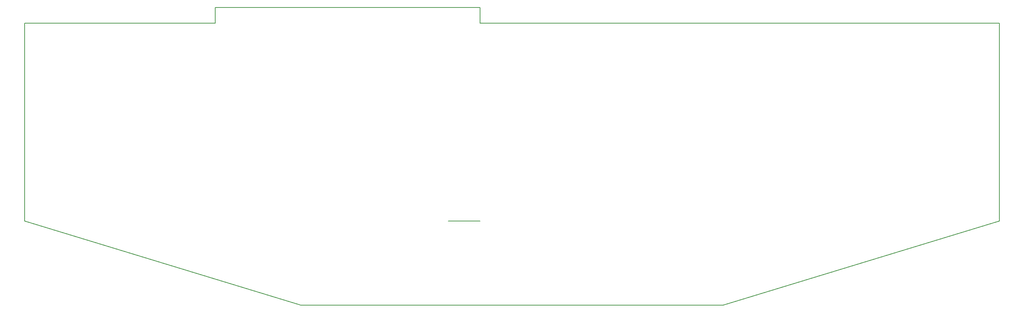
<source format=gm1>
G04 #@! TF.FileFunction,Profile,NP*
%FSLAX46Y46*%
G04 Gerber Fmt 4.6, Leading zero omitted, Abs format (unit mm)*
G04 Created by KiCad (PCBNEW 4.0.5) date Saturday, July 01, 2017 'AMt' 12:52:34 AM*
%MOMM*%
%LPD*%
G01*
G04 APERTURE LIST*
%ADD10C,0.100000*%
%ADD11C,0.150000*%
G04 APERTURE END LIST*
D10*
D11*
X45200000Y2000000D02*
X0Y2000000D01*
X108000000Y5700000D02*
X108000000Y2000000D01*
X45200000Y5700000D02*
X108000000Y5700000D01*
X45200000Y2000000D02*
X45200000Y5700000D01*
X231200000Y-45000000D02*
X231200000Y2000000D01*
X165700000Y-65000000D02*
X231200000Y-45000000D01*
X65500000Y-65000000D02*
X165700000Y-65000000D01*
X100500000Y-45000000D02*
X108000000Y-45000000D01*
X0Y-45000000D02*
X65500000Y-65000000D01*
X0Y2000000D02*
X0Y-45000000D01*
X108000000Y2000000D02*
X231200000Y2000000D01*
M02*

</source>
